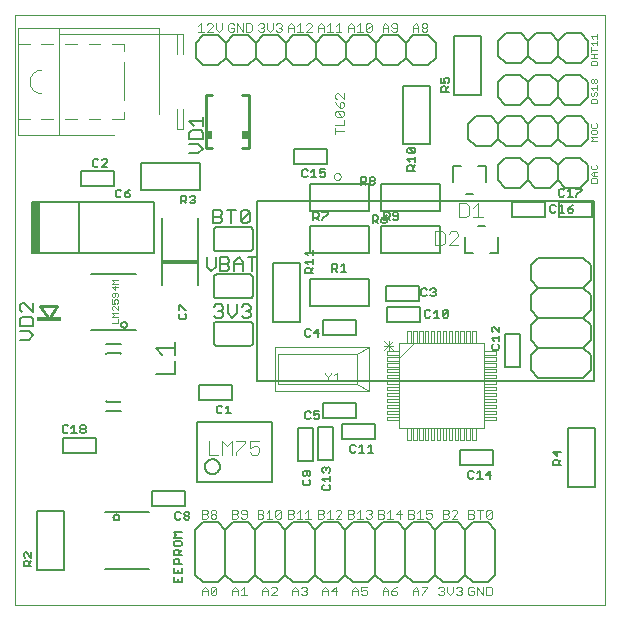
<source format=gto>
G75*
%MOIN*%
%OFA0B0*%
%FSLAX24Y24*%
%IPPOS*%
%LPD*%
%AMOC8*
5,1,8,0,0,1.08239X$1,22.5*
%
%ADD10C,0.0000*%
%ADD11C,0.0049*%
%ADD12C,0.0030*%
%ADD13C,0.0080*%
%ADD14C,0.0040*%
%ADD15R,0.0276X0.1732*%
%ADD16C,0.0060*%
%ADD17R,0.1260X0.0157*%
%ADD18C,0.0100*%
%ADD19C,0.0050*%
%ADD20R,0.0197X0.0295*%
%ADD21C,0.0079*%
%ADD22R,0.0827X0.0118*%
%ADD23C,0.0039*%
%ADD24C,0.0020*%
D10*
X000500Y000500D02*
X000500Y020185D01*
X020185Y020185D01*
X020185Y000500D01*
X000500Y000500D01*
X000500Y020185D01*
X020185Y020185D01*
X020185Y000500D01*
X000500Y000500D01*
X012914Y006679D02*
X013304Y006679D01*
X013304Y006789D01*
X012914Y006789D01*
X012914Y006679D01*
X012914Y006879D02*
X013304Y006879D01*
X013304Y006989D01*
X012914Y006989D01*
X012914Y006879D01*
X012914Y007079D02*
X013304Y007079D01*
X013304Y007189D01*
X012914Y007189D01*
X012914Y007079D01*
X012914Y007269D02*
X013304Y007269D01*
X013304Y007379D01*
X012914Y007379D01*
X012914Y007269D01*
X012914Y007469D02*
X013304Y007469D01*
X013304Y007579D01*
X012914Y007579D01*
X012914Y007469D01*
X012914Y007669D02*
X013304Y007669D01*
X013304Y007779D01*
X012914Y007779D01*
X012914Y007669D01*
X012914Y007859D02*
X013304Y007859D01*
X013304Y007969D01*
X012914Y007969D01*
X012914Y007859D01*
X012914Y008059D02*
X013304Y008059D01*
X013304Y008169D01*
X012914Y008169D01*
X012914Y008059D01*
X012914Y008259D02*
X013304Y008259D01*
X013304Y008369D01*
X012914Y008369D01*
X012914Y008259D01*
X012914Y008449D02*
X013304Y008449D01*
X013304Y008559D01*
X012914Y008559D01*
X012914Y008449D01*
X012914Y008649D02*
X013304Y008649D01*
X013304Y008739D01*
X013804Y009239D01*
X013894Y009239D01*
X013894Y009629D01*
X013784Y009629D01*
X013784Y009239D01*
X013804Y009239D01*
X013694Y009239D02*
X013694Y009629D01*
X013584Y009629D01*
X013584Y009239D01*
X013694Y009239D01*
X013984Y009239D02*
X013984Y009629D01*
X014094Y009629D01*
X014094Y009239D01*
X013984Y009239D01*
X014174Y009239D02*
X014174Y009629D01*
X014284Y009629D01*
X014284Y009239D01*
X014174Y009239D01*
X014374Y009239D02*
X014374Y009629D01*
X014484Y009629D01*
X014484Y009239D01*
X014374Y009239D01*
X014574Y009239D02*
X014574Y009629D01*
X014684Y009629D01*
X014684Y009239D01*
X014574Y009239D01*
X014764Y009239D02*
X014764Y009629D01*
X014874Y009629D01*
X014874Y009239D01*
X014764Y009239D01*
X014964Y009239D02*
X014964Y009629D01*
X015074Y009629D01*
X015074Y009239D01*
X014964Y009239D01*
X015164Y009239D02*
X015164Y009629D01*
X015274Y009629D01*
X015274Y009239D01*
X015164Y009239D01*
X015354Y009239D02*
X015354Y009629D01*
X015464Y009629D01*
X015464Y009239D01*
X015354Y009239D01*
X015554Y009239D02*
X015554Y009629D01*
X015664Y009629D01*
X015664Y009239D01*
X015554Y009239D01*
X015754Y009239D02*
X015754Y009629D01*
X015864Y009629D01*
X015864Y009239D01*
X015754Y009239D01*
X016144Y009239D02*
X013304Y009239D01*
X013304Y006399D01*
X016144Y006399D01*
X016144Y009239D01*
X016144Y008959D02*
X016534Y008959D01*
X016534Y008849D01*
X016144Y008849D01*
X016144Y008959D01*
X016144Y008759D02*
X016534Y008759D01*
X016534Y008649D01*
X016144Y008649D01*
X016144Y008759D01*
X016144Y008559D02*
X016534Y008559D01*
X016534Y008449D01*
X016144Y008449D01*
X016144Y008559D01*
X016144Y008369D02*
X016534Y008369D01*
X016534Y008259D01*
X016144Y008259D01*
X016144Y008369D01*
X016144Y008169D02*
X016534Y008169D01*
X016534Y008059D01*
X016144Y008059D01*
X016144Y008169D01*
X016144Y007969D02*
X016534Y007969D01*
X016534Y007859D01*
X016144Y007859D01*
X016144Y007969D01*
X016144Y007779D02*
X016534Y007779D01*
X016534Y007669D01*
X016144Y007669D01*
X016144Y007779D01*
X016144Y007579D02*
X016534Y007579D01*
X016534Y007469D01*
X016144Y007469D01*
X016144Y007579D01*
X016144Y007379D02*
X016534Y007379D01*
X016534Y007269D01*
X016144Y007269D01*
X016144Y007379D01*
X016144Y007189D02*
X016534Y007189D01*
X016534Y007079D01*
X016144Y007079D01*
X016144Y007189D01*
X016144Y006989D02*
X016534Y006989D01*
X016534Y006879D01*
X016144Y006879D01*
X016144Y006989D01*
X016144Y006789D02*
X016534Y006789D01*
X016534Y006679D01*
X016144Y006679D01*
X016144Y006789D01*
X015864Y006399D02*
X015754Y006399D01*
X015754Y006009D01*
X015864Y006009D01*
X015864Y006399D01*
X015664Y006399D02*
X015664Y006009D01*
X015554Y006009D01*
X015554Y006399D01*
X015664Y006399D01*
X015464Y006399D02*
X015464Y006009D01*
X015354Y006009D01*
X015354Y006399D01*
X015464Y006399D01*
X015274Y006399D02*
X015274Y006009D01*
X015164Y006009D01*
X015164Y006399D01*
X015274Y006399D01*
X015074Y006399D02*
X015074Y006009D01*
X014964Y006009D01*
X014964Y006399D01*
X015074Y006399D01*
X014874Y006399D02*
X014874Y006009D01*
X014764Y006009D01*
X014764Y006399D01*
X014874Y006399D01*
X014684Y006399D02*
X014684Y006009D01*
X014574Y006009D01*
X014574Y006399D01*
X014684Y006399D01*
X014484Y006399D02*
X014484Y006009D01*
X014374Y006009D01*
X014374Y006399D01*
X014484Y006399D01*
X014284Y006399D02*
X014284Y006009D01*
X014174Y006009D01*
X014174Y006399D01*
X014284Y006399D01*
X014094Y006399D02*
X014094Y006009D01*
X013984Y006009D01*
X013984Y006399D01*
X014094Y006399D01*
X013894Y006399D02*
X013894Y006009D01*
X013784Y006009D01*
X013784Y006399D01*
X013894Y006399D01*
X013694Y006399D02*
X013694Y006009D01*
X013584Y006009D01*
X013584Y006399D01*
X013694Y006399D01*
X012914Y008649D02*
X012914Y008759D01*
X013304Y008759D01*
X013304Y008739D01*
X013304Y008849D02*
X012914Y008849D01*
X012914Y008959D01*
X013304Y008959D01*
X013304Y008849D01*
D11*
X011130Y014791D02*
X011132Y014812D01*
X011138Y014832D01*
X011147Y014852D01*
X011159Y014869D01*
X011174Y014883D01*
X011192Y014895D01*
X011212Y014903D01*
X011232Y014908D01*
X011253Y014909D01*
X011274Y014906D01*
X011294Y014900D01*
X011313Y014889D01*
X011330Y014876D01*
X011343Y014860D01*
X011354Y014842D01*
X011362Y014822D01*
X011366Y014802D01*
X011366Y014780D01*
X011362Y014760D01*
X011354Y014740D01*
X011343Y014722D01*
X011330Y014706D01*
X011313Y014693D01*
X011294Y014682D01*
X011274Y014676D01*
X011253Y014673D01*
X011232Y014674D01*
X011212Y014679D01*
X011192Y014687D01*
X011174Y014699D01*
X011159Y014713D01*
X011147Y014730D01*
X011138Y014750D01*
X011132Y014770D01*
X011130Y014791D01*
D12*
X011181Y016197D02*
X011181Y016391D01*
X011181Y016294D02*
X011471Y016294D01*
X011471Y016492D02*
X011181Y016492D01*
X011471Y016492D02*
X011471Y016685D01*
X011423Y016787D02*
X011229Y016980D01*
X011423Y016980D01*
X011471Y016932D01*
X011471Y016835D01*
X011423Y016787D01*
X011229Y016787D01*
X011181Y016835D01*
X011181Y016932D01*
X011229Y016980D01*
X011326Y017081D02*
X011326Y017226D01*
X011374Y017275D01*
X011423Y017275D01*
X011471Y017226D01*
X011471Y017130D01*
X011423Y017081D01*
X011326Y017081D01*
X011229Y017178D01*
X011181Y017275D01*
X011229Y017376D02*
X011181Y017424D01*
X011181Y017521D01*
X011229Y017569D01*
X011278Y017569D01*
X011471Y017376D01*
X011471Y017569D01*
X011387Y019609D02*
X011194Y019609D01*
X011291Y019609D02*
X011291Y019900D01*
X011194Y019803D01*
X011093Y019609D02*
X010899Y019609D01*
X010996Y019609D02*
X010996Y019900D01*
X010899Y019803D01*
X010798Y019803D02*
X010798Y019609D01*
X010798Y019755D02*
X010605Y019755D01*
X010605Y019803D02*
X010701Y019900D01*
X010798Y019803D01*
X010605Y019803D02*
X010605Y019609D01*
X010403Y019609D02*
X010210Y019609D01*
X010403Y019803D01*
X010403Y019851D01*
X010355Y019900D01*
X010258Y019900D01*
X010210Y019851D01*
X010012Y019900D02*
X010012Y019609D01*
X010108Y019609D02*
X009915Y019609D01*
X009814Y019609D02*
X009814Y019803D01*
X009717Y019900D01*
X009620Y019803D01*
X009620Y019609D01*
X009620Y019755D02*
X009814Y019755D01*
X009915Y019803D02*
X010012Y019900D01*
X009399Y019851D02*
X009399Y019803D01*
X009351Y019755D01*
X009399Y019706D01*
X009399Y019658D01*
X009351Y019609D01*
X009254Y019609D01*
X009206Y019658D01*
X009104Y019706D02*
X009104Y019900D01*
X009206Y019851D02*
X009254Y019900D01*
X009351Y019900D01*
X009399Y019851D01*
X009351Y019755D02*
X009302Y019755D01*
X009104Y019706D02*
X009008Y019609D01*
X008911Y019706D01*
X008911Y019900D01*
X008810Y019851D02*
X008761Y019900D01*
X008665Y019900D01*
X008616Y019851D01*
X008713Y019755D02*
X008761Y019755D01*
X008810Y019706D01*
X008810Y019658D01*
X008761Y019609D01*
X008665Y019609D01*
X008616Y019658D01*
X008761Y019755D02*
X008810Y019803D01*
X008810Y019851D01*
X008395Y019851D02*
X008395Y019658D01*
X008347Y019609D01*
X008202Y019609D01*
X008202Y019900D01*
X008347Y019900D01*
X008395Y019851D01*
X008101Y019900D02*
X008101Y019609D01*
X007907Y019900D01*
X007907Y019609D01*
X007806Y019658D02*
X007806Y019755D01*
X007709Y019755D01*
X007612Y019851D02*
X007612Y019658D01*
X007661Y019609D01*
X007758Y019609D01*
X007806Y019658D01*
X007806Y019851D02*
X007758Y019900D01*
X007661Y019900D01*
X007612Y019851D01*
X007391Y019900D02*
X007391Y019706D01*
X007295Y019609D01*
X007198Y019706D01*
X007198Y019900D01*
X007097Y019851D02*
X007048Y019900D01*
X006951Y019900D01*
X006903Y019851D01*
X007097Y019851D02*
X007097Y019803D01*
X006903Y019609D01*
X007097Y019609D01*
X006802Y019609D02*
X006608Y019609D01*
X006705Y019609D02*
X006705Y019900D01*
X006608Y019803D01*
X011608Y019803D02*
X011608Y019609D01*
X011608Y019755D02*
X011802Y019755D01*
X011802Y019803D02*
X011802Y019609D01*
X011903Y019609D02*
X012097Y019609D01*
X012000Y019609D02*
X012000Y019900D01*
X011903Y019803D01*
X011802Y019803D02*
X011705Y019900D01*
X011608Y019803D01*
X012198Y019851D02*
X012198Y019658D01*
X012391Y019851D01*
X012391Y019658D01*
X012343Y019609D01*
X012246Y019609D01*
X012198Y019658D01*
X012198Y019851D02*
X012246Y019900D01*
X012343Y019900D01*
X012391Y019851D01*
X012760Y019803D02*
X012760Y019609D01*
X012760Y019755D02*
X012953Y019755D01*
X012953Y019803D02*
X012953Y019609D01*
X013054Y019658D02*
X013103Y019609D01*
X013199Y019609D01*
X013248Y019658D01*
X013248Y019851D01*
X013199Y019900D01*
X013103Y019900D01*
X013054Y019851D01*
X013054Y019803D01*
X013103Y019755D01*
X013248Y019755D01*
X012953Y019803D02*
X012856Y019900D01*
X012760Y019803D01*
X013764Y019803D02*
X013764Y019609D01*
X013764Y019755D02*
X013957Y019755D01*
X013957Y019803D02*
X013957Y019609D01*
X014058Y019658D02*
X014058Y019706D01*
X014107Y019755D01*
X014203Y019755D01*
X014252Y019706D01*
X014252Y019658D01*
X014203Y019609D01*
X014107Y019609D01*
X014058Y019658D01*
X014107Y019755D02*
X014058Y019803D01*
X014058Y019851D01*
X014107Y019900D01*
X014203Y019900D01*
X014252Y019851D01*
X014252Y019803D01*
X014203Y019755D01*
X013957Y019803D02*
X013860Y019900D01*
X013764Y019803D01*
X013123Y009306D02*
X012809Y008992D01*
X012809Y009149D02*
X013123Y009149D01*
X013123Y008992D02*
X012809Y009306D01*
X012966Y009306D02*
X012966Y008992D01*
X013004Y003679D02*
X013004Y003389D01*
X012907Y003389D02*
X013101Y003389D01*
X013202Y003534D02*
X013395Y003534D01*
X013347Y003389D02*
X013347Y003679D01*
X013202Y003534D01*
X013004Y003679D02*
X012907Y003583D01*
X012806Y003583D02*
X012758Y003534D01*
X012612Y003534D01*
X012612Y003389D02*
X012758Y003389D01*
X012806Y003437D01*
X012806Y003486D01*
X012758Y003534D01*
X012806Y003583D02*
X012806Y003631D01*
X012758Y003679D01*
X012612Y003679D01*
X012612Y003389D01*
X012391Y003437D02*
X012391Y003486D01*
X012343Y003534D01*
X012295Y003534D01*
X012343Y003534D02*
X012391Y003583D01*
X012391Y003631D01*
X012343Y003679D01*
X012246Y003679D01*
X012198Y003631D01*
X012198Y003437D02*
X012246Y003389D01*
X012343Y003389D01*
X012391Y003437D01*
X012097Y003389D02*
X011903Y003389D01*
X012000Y003389D02*
X012000Y003679D01*
X011903Y003583D01*
X011802Y003583D02*
X011754Y003534D01*
X011608Y003534D01*
X011608Y003389D02*
X011754Y003389D01*
X011802Y003437D01*
X011802Y003486D01*
X011754Y003534D01*
X011802Y003583D02*
X011802Y003631D01*
X011754Y003679D01*
X011608Y003679D01*
X011608Y003389D01*
X011387Y003389D02*
X011194Y003389D01*
X011387Y003583D01*
X011387Y003631D01*
X011339Y003679D01*
X011242Y003679D01*
X011194Y003631D01*
X010996Y003679D02*
X010996Y003389D01*
X010899Y003389D02*
X011093Y003389D01*
X010899Y003583D02*
X010996Y003679D01*
X010798Y003631D02*
X010798Y003583D01*
X010750Y003534D01*
X010605Y003534D01*
X010750Y003534D02*
X010798Y003486D01*
X010798Y003437D01*
X010750Y003389D01*
X010605Y003389D01*
X010605Y003679D01*
X010750Y003679D01*
X010798Y003631D01*
X010383Y003389D02*
X010190Y003389D01*
X010287Y003389D02*
X010287Y003679D01*
X010190Y003583D01*
X010089Y003389D02*
X009895Y003389D01*
X009992Y003389D02*
X009992Y003679D01*
X009895Y003583D01*
X009794Y003583D02*
X009746Y003534D01*
X009601Y003534D01*
X009746Y003534D02*
X009794Y003486D01*
X009794Y003437D01*
X009746Y003389D01*
X009601Y003389D01*
X009601Y003679D01*
X009746Y003679D01*
X009794Y003631D01*
X009794Y003583D01*
X009379Y003631D02*
X009379Y003437D01*
X009331Y003389D01*
X009234Y003389D01*
X009186Y003437D01*
X009379Y003631D01*
X009331Y003679D01*
X009234Y003679D01*
X009186Y003631D01*
X009186Y003437D01*
X009085Y003389D02*
X008891Y003389D01*
X008988Y003389D02*
X008988Y003679D01*
X008891Y003583D01*
X008790Y003583D02*
X008742Y003534D01*
X008597Y003534D01*
X008742Y003534D02*
X008790Y003486D01*
X008790Y003437D01*
X008742Y003389D01*
X008597Y003389D01*
X008597Y003679D01*
X008742Y003679D01*
X008790Y003631D01*
X008790Y003583D01*
X008228Y003631D02*
X008228Y003437D01*
X008180Y003389D01*
X008083Y003389D01*
X008035Y003437D01*
X007934Y003437D02*
X007885Y003389D01*
X007740Y003389D01*
X007740Y003679D01*
X007885Y003679D01*
X007934Y003631D01*
X007934Y003583D01*
X007885Y003534D01*
X007740Y003534D01*
X007885Y003534D02*
X007934Y003486D01*
X007934Y003437D01*
X008035Y003583D02*
X008083Y003534D01*
X008228Y003534D01*
X008228Y003631D02*
X008180Y003679D01*
X008083Y003679D01*
X008035Y003631D01*
X008035Y003583D01*
X007224Y003583D02*
X007176Y003534D01*
X007079Y003534D01*
X007031Y003583D01*
X007031Y003631D01*
X007079Y003679D01*
X007176Y003679D01*
X007224Y003631D01*
X007224Y003583D01*
X007176Y003534D02*
X007224Y003486D01*
X007224Y003437D01*
X007176Y003389D01*
X007079Y003389D01*
X007031Y003437D01*
X007031Y003486D01*
X007079Y003534D01*
X006930Y003486D02*
X006930Y003437D01*
X006881Y003389D01*
X006736Y003389D01*
X006736Y003679D01*
X006881Y003679D01*
X006930Y003631D01*
X006930Y003583D01*
X006881Y003534D01*
X006736Y003534D01*
X006881Y003534D02*
X006930Y003486D01*
X006833Y001120D02*
X006930Y001023D01*
X006930Y000830D01*
X007031Y000878D02*
X007224Y001072D01*
X007224Y000878D01*
X007176Y000830D01*
X007079Y000830D01*
X007031Y000878D01*
X007031Y001072D01*
X007079Y001120D01*
X007176Y001120D01*
X007224Y001072D01*
X006930Y000975D02*
X006736Y000975D01*
X006736Y001023D02*
X006736Y000830D01*
X006736Y001023D02*
X006833Y001120D01*
X007740Y001023D02*
X007740Y000830D01*
X007740Y000975D02*
X007934Y000975D01*
X007934Y001023D02*
X007934Y000830D01*
X008035Y000830D02*
X008228Y000830D01*
X008131Y000830D02*
X008131Y001120D01*
X008035Y001023D01*
X007934Y001023D02*
X007837Y001120D01*
X007740Y001023D01*
X008744Y001023D02*
X008744Y000830D01*
X008744Y000975D02*
X008937Y000975D01*
X008937Y001023D02*
X008937Y000830D01*
X009039Y000830D02*
X009232Y001023D01*
X009232Y001072D01*
X009184Y001120D01*
X009087Y001120D01*
X009039Y001072D01*
X008937Y001023D02*
X008841Y001120D01*
X008744Y001023D01*
X009039Y000830D02*
X009232Y000830D01*
X009748Y000830D02*
X009748Y001023D01*
X009845Y001120D01*
X009941Y001023D01*
X009941Y000830D01*
X010043Y000878D02*
X010091Y000830D01*
X010188Y000830D01*
X010236Y000878D01*
X010236Y000927D01*
X010188Y000975D01*
X010139Y000975D01*
X010188Y000975D02*
X010236Y001023D01*
X010236Y001072D01*
X010188Y001120D01*
X010091Y001120D01*
X010043Y001072D01*
X009941Y000975D02*
X009748Y000975D01*
X010752Y000975D02*
X010945Y000975D01*
X010945Y001023D02*
X010945Y000830D01*
X011046Y000975D02*
X011240Y000975D01*
X011192Y000830D02*
X011192Y001120D01*
X011046Y000975D01*
X010945Y001023D02*
X010849Y001120D01*
X010752Y001023D01*
X010752Y000830D01*
X011756Y000830D02*
X011756Y001023D01*
X011853Y001120D01*
X011949Y001023D01*
X011949Y000830D01*
X012050Y000878D02*
X012099Y000830D01*
X012196Y000830D01*
X012244Y000878D01*
X012244Y000975D01*
X012196Y001023D01*
X012147Y001023D01*
X012050Y000975D01*
X012050Y001120D01*
X012244Y001120D01*
X011949Y000975D02*
X011756Y000975D01*
X012760Y000975D02*
X012953Y000975D01*
X012953Y001023D02*
X012953Y000830D01*
X013054Y000878D02*
X013103Y000830D01*
X013199Y000830D01*
X013248Y000878D01*
X013248Y000927D01*
X013199Y000975D01*
X013054Y000975D01*
X013054Y000878D01*
X013054Y000975D02*
X013151Y001072D01*
X013248Y001120D01*
X012953Y001023D02*
X012856Y001120D01*
X012760Y001023D01*
X012760Y000830D01*
X013764Y000830D02*
X013764Y001023D01*
X013860Y001120D01*
X013957Y001023D01*
X013957Y000830D01*
X014058Y000830D02*
X014058Y000878D01*
X014252Y001072D01*
X014252Y001120D01*
X014058Y001120D01*
X013957Y000975D02*
X013764Y000975D01*
X014620Y000878D02*
X014669Y000830D01*
X014765Y000830D01*
X014814Y000878D01*
X014814Y000927D01*
X014765Y000975D01*
X014717Y000975D01*
X014765Y000975D02*
X014814Y001023D01*
X014814Y001072D01*
X014765Y001120D01*
X014669Y001120D01*
X014620Y001072D01*
X014915Y001120D02*
X014915Y000927D01*
X015012Y000830D01*
X015108Y000927D01*
X015108Y001120D01*
X015210Y001072D02*
X015258Y001120D01*
X015355Y001120D01*
X015403Y001072D01*
X015403Y001023D01*
X015355Y000975D01*
X015403Y000927D01*
X015403Y000878D01*
X015355Y000830D01*
X015258Y000830D01*
X015210Y000878D01*
X015306Y000975D02*
X015355Y000975D01*
X015624Y001072D02*
X015624Y000878D01*
X015673Y000830D01*
X015769Y000830D01*
X015818Y000878D01*
X015818Y000975D01*
X015721Y000975D01*
X015818Y001072D02*
X015769Y001120D01*
X015673Y001120D01*
X015624Y001072D01*
X015919Y001120D02*
X015919Y000830D01*
X016112Y000830D02*
X015919Y001120D01*
X016112Y001120D02*
X016112Y000830D01*
X016214Y000830D02*
X016359Y000830D01*
X016407Y000878D01*
X016407Y001072D01*
X016359Y001120D01*
X016214Y001120D01*
X016214Y000830D01*
X016262Y003389D02*
X016214Y003437D01*
X016407Y003631D01*
X016407Y003437D01*
X016359Y003389D01*
X016262Y003389D01*
X016214Y003437D02*
X016214Y003631D01*
X016262Y003679D01*
X016359Y003679D01*
X016407Y003631D01*
X016112Y003679D02*
X015919Y003679D01*
X016016Y003679D02*
X016016Y003389D01*
X015818Y003437D02*
X015818Y003486D01*
X015769Y003534D01*
X015624Y003534D01*
X015624Y003389D02*
X015769Y003389D01*
X015818Y003437D01*
X015769Y003534D02*
X015818Y003583D01*
X015818Y003631D01*
X015769Y003679D01*
X015624Y003679D01*
X015624Y003389D01*
X015256Y003389D02*
X015062Y003389D01*
X015256Y003583D01*
X015256Y003631D01*
X015207Y003679D01*
X015111Y003679D01*
X015062Y003631D01*
X014961Y003631D02*
X014913Y003679D01*
X014768Y003679D01*
X014768Y003389D01*
X014913Y003389D01*
X014961Y003437D01*
X014961Y003486D01*
X014913Y003534D01*
X014768Y003534D01*
X014913Y003534D02*
X014961Y003583D01*
X014961Y003631D01*
X014399Y003679D02*
X014206Y003679D01*
X014206Y003534D01*
X014302Y003583D01*
X014351Y003583D01*
X014399Y003534D01*
X014399Y003437D01*
X014351Y003389D01*
X014254Y003389D01*
X014206Y003437D01*
X014104Y003389D02*
X013911Y003389D01*
X014008Y003389D02*
X014008Y003679D01*
X013911Y003583D01*
X013810Y003583D02*
X013761Y003534D01*
X013616Y003534D01*
X013616Y003389D02*
X013761Y003389D01*
X013810Y003437D01*
X013810Y003486D01*
X013761Y003534D01*
X013810Y003583D02*
X013810Y003631D01*
X013761Y003679D01*
X013616Y003679D01*
X013616Y003389D01*
D13*
X015328Y005163D02*
X015328Y005663D01*
X016428Y005663D01*
X016428Y005163D01*
X015328Y005163D01*
X012491Y006030D02*
X012491Y006530D01*
X011391Y006530D01*
X011391Y006030D01*
X012491Y006030D01*
X011877Y006746D02*
X011877Y007246D01*
X010777Y007246D01*
X010777Y006746D01*
X011877Y006746D01*
X011104Y006436D02*
X011104Y005336D01*
X010604Y005336D01*
X010604Y006436D01*
X011104Y006436D01*
X010447Y006420D02*
X010447Y005320D01*
X009947Y005320D01*
X009947Y006420D01*
X010447Y006420D01*
X007743Y007337D02*
X007743Y007837D01*
X006643Y007837D01*
X006643Y007337D01*
X007743Y007337D01*
X009105Y009953D02*
X009105Y011913D01*
X010005Y011913D01*
X010005Y009953D01*
X009105Y009953D01*
X010347Y010483D02*
X010347Y011383D01*
X012307Y011383D01*
X012307Y010483D01*
X010347Y010483D01*
X010777Y010002D02*
X011877Y010002D01*
X011877Y009502D01*
X010777Y009502D01*
X010777Y010002D01*
X012899Y009931D02*
X012899Y010431D01*
X013999Y010431D01*
X013999Y009931D01*
X012899Y009931D01*
X012875Y010656D02*
X012875Y011156D01*
X013975Y011156D01*
X013975Y010656D01*
X012875Y010656D01*
X012709Y012255D02*
X012709Y013155D01*
X014669Y013155D01*
X014669Y012255D01*
X012709Y012255D01*
X012307Y012255D02*
X010347Y012255D01*
X010347Y013155D01*
X012307Y013155D01*
X012307Y012255D01*
X012307Y013633D02*
X012307Y014533D01*
X010347Y014533D01*
X010347Y013633D01*
X012307Y013633D01*
X012709Y013633D02*
X012709Y014533D01*
X014669Y014533D01*
X014669Y013633D01*
X012709Y013633D01*
X010893Y015211D02*
X010893Y015711D01*
X009793Y015711D01*
X009793Y015211D01*
X010893Y015211D01*
X013436Y015859D02*
X013436Y017819D01*
X014336Y017819D01*
X014336Y015859D01*
X013436Y015859D01*
X015106Y015126D02*
X015106Y014594D01*
X015539Y014220D02*
X015776Y014220D01*
X016209Y014594D02*
X016209Y015126D01*
X015933Y015126D01*
X015382Y015126D02*
X015106Y015126D01*
X015933Y013157D02*
X016169Y013157D01*
X016602Y012783D02*
X016602Y012252D01*
X016327Y012252D01*
X015776Y012252D02*
X015500Y012252D01*
X015500Y012783D01*
X017076Y013439D02*
X017076Y013939D01*
X018176Y013939D01*
X018176Y013439D01*
X017076Y013439D01*
X018651Y013439D02*
X018651Y013939D01*
X019751Y013939D01*
X019751Y013439D01*
X018651Y013439D01*
X017337Y009550D02*
X016837Y009550D01*
X016837Y008450D01*
X017337Y008450D01*
X017337Y009550D01*
X018948Y006401D02*
X019848Y006401D01*
X019848Y004441D01*
X018948Y004441D01*
X018948Y006401D01*
X016056Y017508D02*
X015156Y017508D01*
X015156Y019468D01*
X016056Y019468D01*
X016056Y017508D01*
X006681Y015233D02*
X006681Y014333D01*
X004721Y014333D01*
X004721Y015233D01*
X006681Y015233D01*
X005132Y013941D02*
X005132Y012241D01*
X002632Y012241D01*
X002632Y013941D01*
X005132Y013941D01*
X005420Y013410D02*
X005420Y011160D01*
X004547Y011555D02*
X003051Y011555D01*
X002632Y012241D02*
X001082Y012241D01*
X001082Y013941D01*
X002632Y013941D01*
X002710Y014474D02*
X002710Y014974D01*
X003810Y014974D01*
X003810Y014474D01*
X002710Y014474D01*
X006620Y013410D02*
X006620Y011160D01*
X004547Y009665D02*
X003051Y009665D01*
X004049Y009850D02*
X004051Y009870D01*
X004057Y009888D01*
X004066Y009906D01*
X004078Y009921D01*
X004093Y009933D01*
X004111Y009942D01*
X004129Y009948D01*
X004149Y009950D01*
X004169Y009948D01*
X004187Y009942D01*
X004205Y009933D01*
X004220Y009921D01*
X004232Y009906D01*
X004241Y009888D01*
X004247Y009870D01*
X004249Y009850D01*
X004247Y009830D01*
X004241Y009812D01*
X004232Y009794D01*
X004220Y009779D01*
X004205Y009767D01*
X004187Y009758D01*
X004169Y009752D01*
X004149Y009750D01*
X004129Y009752D01*
X004111Y009758D01*
X004093Y009767D01*
X004078Y009779D01*
X004066Y009794D01*
X004057Y009812D01*
X004051Y009830D01*
X004049Y009850D01*
X003215Y006065D02*
X002115Y006065D01*
X002115Y005565D01*
X003215Y005565D01*
X003215Y006065D01*
X005068Y004293D02*
X006168Y004293D01*
X006168Y003793D01*
X005068Y003793D01*
X005068Y004293D01*
X004988Y003610D02*
X003492Y003610D01*
X003790Y003425D02*
X003792Y003445D01*
X003798Y003463D01*
X003807Y003481D01*
X003819Y003496D01*
X003834Y003508D01*
X003852Y003517D01*
X003870Y003523D01*
X003890Y003525D01*
X003910Y003523D01*
X003928Y003517D01*
X003946Y003508D01*
X003961Y003496D01*
X003973Y003481D01*
X003982Y003463D01*
X003988Y003445D01*
X003990Y003425D01*
X003988Y003405D01*
X003982Y003387D01*
X003973Y003369D01*
X003961Y003354D01*
X003946Y003342D01*
X003928Y003333D01*
X003910Y003327D01*
X003890Y003325D01*
X003870Y003327D01*
X003852Y003333D01*
X003834Y003342D01*
X003819Y003354D01*
X003807Y003369D01*
X003798Y003387D01*
X003792Y003405D01*
X003790Y003425D01*
X002131Y003645D02*
X002131Y001685D01*
X001231Y001685D01*
X001231Y003645D01*
X002131Y003645D01*
X003492Y001720D02*
X004988Y001720D01*
D14*
X006962Y005516D02*
X007269Y005516D01*
X007422Y005516D02*
X007422Y005976D01*
X007576Y005823D01*
X007729Y005976D01*
X007729Y005516D01*
X007883Y005516D02*
X007883Y005593D01*
X008190Y005900D01*
X008190Y005976D01*
X007883Y005976D01*
X008343Y005976D02*
X008343Y005746D01*
X008497Y005823D01*
X008573Y005823D01*
X008650Y005746D01*
X008650Y005593D01*
X008573Y005516D01*
X008420Y005516D01*
X008343Y005593D01*
X008343Y005976D02*
X008650Y005976D01*
X006962Y005976D02*
X006962Y005516D01*
X010949Y007976D02*
X010949Y008116D01*
X011043Y008209D01*
X011043Y008256D01*
X011151Y008162D02*
X011244Y008256D01*
X011244Y007976D01*
X011151Y007976D02*
X011337Y007976D01*
X010949Y008116D02*
X010856Y008209D01*
X010856Y008256D01*
X014519Y012503D02*
X014749Y012503D01*
X014826Y012579D01*
X014826Y012886D01*
X014749Y012963D01*
X014519Y012963D01*
X014519Y012503D01*
X014980Y012503D02*
X015287Y012810D01*
X015287Y012886D01*
X015210Y012963D01*
X015056Y012963D01*
X014980Y012886D01*
X014980Y012503D02*
X015287Y012503D01*
X015324Y013431D02*
X015555Y013431D01*
X015631Y013508D01*
X015631Y013815D01*
X015555Y013891D01*
X015324Y013891D01*
X015324Y013431D01*
X015785Y013431D02*
X016092Y013431D01*
X015938Y013431D02*
X015938Y013891D01*
X015785Y013738D01*
X003946Y011354D02*
X003746Y011354D01*
X003813Y011287D01*
X003746Y011220D01*
X003946Y011220D01*
X003946Y011099D02*
X003746Y011099D01*
X003846Y010999D01*
X003846Y011133D01*
X003846Y010912D02*
X003846Y010811D01*
X003813Y010778D01*
X003779Y010778D01*
X003746Y010811D01*
X003746Y010878D01*
X003779Y010912D01*
X003913Y010912D01*
X003946Y010878D01*
X003946Y010811D01*
X003913Y010778D01*
X003913Y010691D02*
X003846Y010691D01*
X003813Y010657D01*
X003813Y010624D01*
X003846Y010557D01*
X003746Y010557D01*
X003746Y010691D01*
X003913Y010691D02*
X003946Y010657D01*
X003946Y010591D01*
X003913Y010557D01*
X003946Y010470D02*
X003946Y010336D01*
X003813Y010470D01*
X003779Y010470D01*
X003746Y010436D01*
X003746Y010370D01*
X003779Y010336D01*
X003746Y010249D02*
X003946Y010249D01*
X003946Y010115D02*
X003746Y010115D01*
X003813Y010182D01*
X003746Y010249D01*
X003946Y010028D02*
X003946Y009894D01*
X003746Y009894D01*
D15*
X001214Y013091D03*
D16*
X003159Y015109D02*
X003246Y015109D01*
X003289Y015153D01*
X003410Y015109D02*
X003584Y015283D01*
X003584Y015326D01*
X003540Y015369D01*
X003454Y015369D01*
X003410Y015326D01*
X003289Y015326D02*
X003246Y015369D01*
X003159Y015369D01*
X003115Y015326D01*
X003115Y015153D01*
X003159Y015109D01*
X003410Y015109D02*
X003584Y015109D01*
X003916Y014356D02*
X003872Y014313D01*
X003872Y014139D01*
X003916Y014096D01*
X004002Y014096D01*
X004046Y014139D01*
X004167Y014139D02*
X004167Y014226D01*
X004297Y014226D01*
X004340Y014183D01*
X004340Y014139D01*
X004297Y014096D01*
X004210Y014096D01*
X004167Y014139D01*
X004167Y014226D02*
X004254Y014313D01*
X004340Y014356D01*
X004046Y014313D02*
X004002Y014356D01*
X003916Y014356D01*
X006041Y014154D02*
X006041Y013893D01*
X006041Y013980D02*
X006172Y013980D01*
X006215Y014024D01*
X006215Y014110D01*
X006172Y014154D01*
X006041Y014154D01*
X006128Y013980D02*
X006215Y013893D01*
X006336Y013937D02*
X006380Y013893D01*
X006466Y013893D01*
X006510Y013937D01*
X006510Y013980D01*
X006466Y014024D01*
X006423Y014024D01*
X006466Y014024D02*
X006510Y014067D01*
X006510Y014110D01*
X006466Y014154D01*
X006380Y014154D01*
X006336Y014110D01*
X007233Y013105D02*
X008333Y013105D01*
X008350Y013103D01*
X008367Y013099D01*
X008383Y013092D01*
X008397Y013082D01*
X008410Y013069D01*
X008420Y013055D01*
X008427Y013039D01*
X008431Y013022D01*
X008433Y013005D01*
X008433Y012405D01*
X008431Y012388D01*
X008427Y012371D01*
X008420Y012355D01*
X008410Y012341D01*
X008397Y012328D01*
X008383Y012318D01*
X008367Y012311D01*
X008350Y012307D01*
X008333Y012305D01*
X007233Y012305D01*
X007216Y012307D01*
X007199Y012311D01*
X007183Y012318D01*
X007169Y012328D01*
X007156Y012341D01*
X007146Y012355D01*
X007139Y012371D01*
X007135Y012388D01*
X007133Y012405D01*
X007133Y013005D01*
X007135Y013022D01*
X007139Y013039D01*
X007146Y013055D01*
X007156Y013069D01*
X007169Y013082D01*
X007183Y013092D01*
X007199Y013099D01*
X007216Y013103D01*
X007233Y013105D01*
X007233Y011530D02*
X008333Y011530D01*
X008350Y011528D01*
X008367Y011524D01*
X008383Y011517D01*
X008397Y011507D01*
X008410Y011494D01*
X008420Y011480D01*
X008427Y011464D01*
X008431Y011447D01*
X008433Y011430D01*
X008433Y010830D01*
X008431Y010813D01*
X008427Y010796D01*
X008420Y010780D01*
X008410Y010766D01*
X008397Y010753D01*
X008383Y010743D01*
X008367Y010736D01*
X008350Y010732D01*
X008333Y010730D01*
X007233Y010730D01*
X007216Y010732D01*
X007199Y010736D01*
X007183Y010743D01*
X007169Y010753D01*
X007156Y010766D01*
X007146Y010780D01*
X007139Y010796D01*
X007135Y010813D01*
X007133Y010830D01*
X007133Y011430D01*
X007135Y011447D01*
X007139Y011464D01*
X007146Y011480D01*
X007156Y011494D01*
X007169Y011507D01*
X007183Y011517D01*
X007199Y011524D01*
X007216Y011528D01*
X007233Y011530D01*
X006222Y010339D02*
X006179Y010339D01*
X006005Y010513D01*
X005962Y010513D01*
X005962Y010339D01*
X006005Y010218D02*
X005962Y010175D01*
X005962Y010088D01*
X006005Y010045D01*
X006179Y010045D01*
X006222Y010088D01*
X006222Y010175D01*
X006179Y010218D01*
X005839Y009281D02*
X005839Y008854D01*
X005839Y009067D02*
X005199Y009067D01*
X005412Y008854D01*
X005839Y008636D02*
X005839Y008209D01*
X005199Y008209D01*
X007133Y009255D02*
X007133Y009855D01*
X007135Y009872D01*
X007139Y009889D01*
X007146Y009905D01*
X007156Y009919D01*
X007169Y009932D01*
X007183Y009942D01*
X007199Y009949D01*
X007216Y009953D01*
X007233Y009955D01*
X008333Y009955D01*
X008350Y009953D01*
X008367Y009949D01*
X008383Y009942D01*
X008397Y009932D01*
X008410Y009919D01*
X008420Y009905D01*
X008427Y009889D01*
X008431Y009872D01*
X008433Y009855D01*
X008433Y009255D01*
X008431Y009238D01*
X008427Y009221D01*
X008420Y009205D01*
X008410Y009191D01*
X008397Y009178D01*
X008383Y009168D01*
X008367Y009161D01*
X008350Y009157D01*
X008333Y009155D01*
X007233Y009155D01*
X007216Y009157D01*
X007199Y009161D01*
X007183Y009168D01*
X007169Y009178D01*
X007156Y009191D01*
X007146Y009205D01*
X007139Y009221D01*
X007135Y009238D01*
X007133Y009255D01*
X007277Y007157D02*
X007234Y007113D01*
X007234Y006940D01*
X007277Y006897D01*
X007364Y006897D01*
X007407Y006940D01*
X007528Y006897D02*
X007702Y006897D01*
X007615Y006897D02*
X007615Y007157D01*
X007528Y007070D01*
X007407Y007113D02*
X007364Y007157D01*
X007277Y007157D01*
X010097Y004937D02*
X010097Y004851D01*
X010141Y004807D01*
X010184Y004807D01*
X010227Y004851D01*
X010227Y004981D01*
X010141Y004981D02*
X010314Y004981D01*
X010357Y004937D01*
X010357Y004851D01*
X010314Y004807D01*
X010314Y004686D02*
X010357Y004643D01*
X010357Y004556D01*
X010314Y004513D01*
X010141Y004513D01*
X010097Y004556D01*
X010097Y004643D01*
X010141Y004686D01*
X010097Y004937D02*
X010141Y004981D01*
X010755Y004964D02*
X010755Y005051D01*
X010798Y005094D01*
X010841Y005094D01*
X010885Y005051D01*
X010928Y005094D01*
X010972Y005094D01*
X011015Y005051D01*
X011015Y004964D01*
X010972Y004921D01*
X010885Y005008D02*
X010885Y005051D01*
X010798Y004921D02*
X010755Y004964D01*
X010755Y004713D02*
X011015Y004713D01*
X011015Y004626D02*
X011015Y004800D01*
X010841Y004626D02*
X010755Y004713D01*
X010798Y004505D02*
X010755Y004462D01*
X010755Y004375D01*
X010798Y004332D01*
X010972Y004332D01*
X011015Y004375D01*
X011015Y004462D01*
X010972Y004505D01*
X011730Y005590D02*
X011817Y005590D01*
X011860Y005633D01*
X011982Y005590D02*
X012155Y005590D01*
X012068Y005590D02*
X012068Y005850D01*
X011982Y005763D01*
X011860Y005806D02*
X011817Y005850D01*
X011730Y005850D01*
X011687Y005806D01*
X011687Y005633D01*
X011730Y005590D01*
X012276Y005590D02*
X012450Y005590D01*
X012363Y005590D02*
X012363Y005850D01*
X012276Y005763D01*
X010654Y006743D02*
X010611Y006700D01*
X010524Y006700D01*
X010481Y006743D01*
X010481Y006830D02*
X010568Y006873D01*
X010611Y006873D01*
X010654Y006830D01*
X010654Y006743D01*
X010481Y006830D02*
X010481Y006960D01*
X010654Y006960D01*
X010360Y006917D02*
X010316Y006960D01*
X010230Y006960D01*
X010186Y006917D01*
X010186Y006743D01*
X010230Y006700D01*
X010316Y006700D01*
X010360Y006743D01*
X010316Y009456D02*
X010360Y009499D01*
X010316Y009456D02*
X010230Y009456D01*
X010186Y009499D01*
X010186Y009673D01*
X010230Y009716D01*
X010316Y009716D01*
X010360Y009673D01*
X010481Y009586D02*
X010654Y009586D01*
X010611Y009716D02*
X010481Y009586D01*
X010611Y009456D02*
X010611Y009716D01*
X010445Y011570D02*
X010185Y011570D01*
X010185Y011700D01*
X010228Y011743D01*
X010315Y011743D01*
X010358Y011700D01*
X010358Y011570D01*
X010358Y011656D02*
X010445Y011743D01*
X010445Y011864D02*
X010445Y012038D01*
X010445Y011951D02*
X010185Y011951D01*
X010272Y011864D01*
X010272Y012159D02*
X010185Y012246D01*
X010445Y012246D01*
X010445Y012332D02*
X010445Y012159D01*
X011077Y011878D02*
X011077Y011618D01*
X011077Y011705D02*
X011207Y011705D01*
X011250Y011748D01*
X011250Y011835D01*
X011207Y011878D01*
X011077Y011878D01*
X011164Y011705D02*
X011250Y011618D01*
X011372Y011618D02*
X011545Y011618D01*
X011458Y011618D02*
X011458Y011878D01*
X011372Y011791D01*
X010751Y013335D02*
X010751Y013378D01*
X010925Y013552D01*
X010925Y013595D01*
X010751Y013595D01*
X010630Y013552D02*
X010587Y013595D01*
X010457Y013595D01*
X010457Y013335D01*
X010457Y013421D02*
X010587Y013421D01*
X010630Y013465D01*
X010630Y013552D01*
X010544Y013421D02*
X010630Y013335D01*
X010557Y014771D02*
X010383Y014771D01*
X010470Y014771D02*
X010470Y015031D01*
X010383Y014944D01*
X010262Y014987D02*
X010219Y015031D01*
X010132Y015031D01*
X010089Y014987D01*
X010089Y014814D01*
X010132Y014771D01*
X010219Y014771D01*
X010262Y014814D01*
X010678Y014814D02*
X010721Y014771D01*
X010808Y014771D01*
X010851Y014814D01*
X010851Y014901D01*
X010808Y014944D01*
X010765Y014944D01*
X010678Y014901D01*
X010678Y015031D01*
X010851Y015031D01*
X012032Y014776D02*
X012032Y014516D01*
X012032Y014603D02*
X012162Y014603D01*
X012205Y014646D01*
X012205Y014733D01*
X012162Y014776D01*
X012032Y014776D01*
X012118Y014603D02*
X012205Y014516D01*
X012326Y014559D02*
X012326Y014603D01*
X012370Y014646D01*
X012456Y014646D01*
X012500Y014603D01*
X012500Y014559D01*
X012456Y014516D01*
X012370Y014516D01*
X012326Y014559D01*
X012370Y014646D02*
X012326Y014689D01*
X012326Y014733D01*
X012370Y014776D01*
X012456Y014776D01*
X012500Y014733D01*
X012500Y014689D01*
X012456Y014646D01*
X012819Y013595D02*
X012949Y013595D01*
X012992Y013552D01*
X012992Y013465D01*
X012949Y013421D01*
X012819Y013421D01*
X012809Y013453D02*
X012722Y013366D01*
X012852Y013366D01*
X012895Y013323D01*
X012895Y013279D01*
X012852Y013236D01*
X012765Y013236D01*
X012722Y013279D01*
X012722Y013366D01*
X012819Y013335D02*
X012819Y013595D01*
X012895Y013496D02*
X012809Y013453D01*
X012906Y013421D02*
X012992Y013335D01*
X013114Y013378D02*
X013157Y013335D01*
X013244Y013335D01*
X013287Y013378D01*
X013287Y013552D01*
X013244Y013595D01*
X013157Y013595D01*
X013114Y013552D01*
X013114Y013508D01*
X013157Y013465D01*
X013287Y013465D01*
X012601Y013453D02*
X012601Y013366D01*
X012557Y013323D01*
X012427Y013323D01*
X012427Y013236D02*
X012427Y013496D01*
X012557Y013496D01*
X012601Y013453D01*
X012514Y013323D02*
X012601Y013236D01*
X013586Y014984D02*
X013586Y015114D01*
X013630Y015158D01*
X013716Y015158D01*
X013760Y015114D01*
X013760Y014984D01*
X013846Y014984D02*
X013586Y014984D01*
X013760Y015071D02*
X013846Y015158D01*
X013846Y015279D02*
X013846Y015452D01*
X013846Y015366D02*
X013586Y015366D01*
X013673Y015279D01*
X013630Y015574D02*
X013586Y015617D01*
X013586Y015704D01*
X013630Y015747D01*
X013803Y015574D01*
X013846Y015617D01*
X013846Y015704D01*
X013803Y015747D01*
X013630Y015747D01*
X013630Y015574D02*
X013803Y015574D01*
X015610Y016049D02*
X015860Y015799D01*
X016360Y015799D01*
X016610Y016049D01*
X016860Y015799D01*
X017360Y015799D01*
X017610Y016049D01*
X017610Y016549D01*
X017360Y016799D01*
X016860Y016799D01*
X016610Y016549D01*
X016610Y016049D01*
X016610Y016549D02*
X016360Y016799D01*
X015860Y016799D01*
X015610Y016549D01*
X015610Y016049D01*
X016606Y015163D02*
X016856Y015413D01*
X017356Y015413D01*
X017606Y015163D01*
X017856Y015413D01*
X018356Y015413D01*
X018606Y015163D01*
X018856Y015413D01*
X019356Y015413D01*
X019606Y015163D01*
X019606Y014663D01*
X019356Y014413D01*
X018856Y014413D01*
X018606Y014663D01*
X018356Y014413D01*
X017856Y014413D01*
X017606Y014663D01*
X017356Y014413D01*
X016856Y014413D01*
X016606Y014663D01*
X016606Y015163D01*
X017606Y015163D02*
X017606Y014663D01*
X018400Y013850D02*
X018356Y013806D01*
X018356Y013633D01*
X018400Y013590D01*
X018486Y013590D01*
X018530Y013633D01*
X018651Y013590D02*
X018824Y013590D01*
X018738Y013590D02*
X018738Y013850D01*
X018651Y013763D01*
X018530Y013806D02*
X018486Y013850D01*
X018400Y013850D01*
X018674Y014119D02*
X018631Y014162D01*
X018631Y014336D01*
X018674Y014379D01*
X018761Y014379D01*
X018804Y014336D01*
X018925Y014292D02*
X019012Y014379D01*
X019012Y014119D01*
X018925Y014119D02*
X019099Y014119D01*
X019220Y014119D02*
X019220Y014162D01*
X019394Y014336D01*
X019394Y014379D01*
X019220Y014379D01*
X018804Y014162D02*
X018761Y014119D01*
X018674Y014119D01*
X019032Y013806D02*
X018946Y013720D01*
X019076Y013720D01*
X019119Y013676D01*
X019119Y013633D01*
X019076Y013590D01*
X018989Y013590D01*
X018946Y013633D01*
X018946Y013720D01*
X019032Y013806D02*
X019119Y013850D01*
X018606Y014663D02*
X018606Y015163D01*
X018360Y015799D02*
X017860Y015799D01*
X017610Y016049D01*
X017610Y016549D02*
X017860Y016799D01*
X018360Y016799D01*
X018610Y016549D01*
X018860Y016799D01*
X019360Y016799D01*
X019610Y016549D01*
X019610Y016049D01*
X019360Y015799D01*
X018860Y015799D01*
X018610Y016049D01*
X018360Y015799D01*
X018610Y016049D02*
X018610Y016549D01*
X018856Y017177D02*
X018606Y017427D01*
X018356Y017177D01*
X017856Y017177D01*
X017606Y017427D01*
X017356Y017177D01*
X016856Y017177D01*
X016606Y017427D01*
X016606Y017927D01*
X016856Y018177D01*
X017356Y018177D01*
X017606Y017927D01*
X017856Y018177D01*
X018356Y018177D01*
X018606Y017927D01*
X018856Y018177D01*
X019356Y018177D01*
X019606Y017927D01*
X019606Y017427D01*
X019356Y017177D01*
X018856Y017177D01*
X018606Y017427D02*
X018606Y017927D01*
X018360Y018559D02*
X017860Y018559D01*
X017610Y018809D01*
X017360Y018559D01*
X016860Y018559D01*
X016610Y018809D01*
X016610Y019309D01*
X016860Y019559D01*
X017360Y019559D01*
X017610Y019309D01*
X017860Y019559D01*
X018360Y019559D01*
X018610Y019309D01*
X018860Y019559D01*
X019360Y019559D01*
X019610Y019309D01*
X019610Y018809D01*
X019360Y018559D01*
X018860Y018559D01*
X018610Y018809D01*
X018360Y018559D01*
X018610Y018809D02*
X018610Y019309D01*
X017610Y019309D02*
X017610Y018809D01*
X017606Y017927D02*
X017606Y017427D01*
X014976Y017618D02*
X014716Y017618D01*
X014716Y017748D01*
X014759Y017792D01*
X014846Y017792D01*
X014890Y017748D01*
X014890Y017618D01*
X014890Y017705D02*
X014976Y017792D01*
X014933Y017913D02*
X014976Y017956D01*
X014976Y018043D01*
X014933Y018086D01*
X014846Y018086D01*
X014803Y018043D01*
X014803Y018000D01*
X014846Y017913D01*
X014716Y017913D01*
X014716Y018086D01*
X014289Y018504D02*
X013789Y018504D01*
X013539Y018754D01*
X013289Y018504D01*
X012789Y018504D01*
X012539Y018754D01*
X012289Y018504D01*
X011789Y018504D01*
X011539Y018754D01*
X011289Y018504D01*
X010789Y018504D01*
X010539Y018754D01*
X010289Y018504D01*
X009789Y018504D01*
X009539Y018754D01*
X009289Y018504D01*
X008789Y018504D01*
X008539Y018754D01*
X008289Y018504D01*
X007789Y018504D01*
X007539Y018754D01*
X007289Y018504D01*
X006789Y018504D01*
X006539Y018754D01*
X006539Y019254D01*
X006789Y019504D01*
X007289Y019504D01*
X007539Y019254D01*
X007789Y019504D01*
X008289Y019504D01*
X008539Y019254D01*
X008539Y018754D01*
X008539Y019254D02*
X008789Y019504D01*
X009289Y019504D01*
X009539Y019254D01*
X009789Y019504D01*
X010289Y019504D01*
X010539Y019254D01*
X010789Y019504D01*
X011289Y019504D01*
X011539Y019254D01*
X011539Y018754D01*
X011539Y019254D02*
X011789Y019504D01*
X012289Y019504D01*
X012539Y019254D01*
X012789Y019504D01*
X013289Y019504D01*
X013539Y019254D01*
X013789Y019504D01*
X014289Y019504D01*
X014539Y019254D01*
X014539Y018754D01*
X014289Y018504D01*
X013539Y018754D02*
X013539Y019254D01*
X012539Y019254D02*
X012539Y018754D01*
X010539Y018754D02*
X010539Y019254D01*
X009539Y019254D02*
X009539Y018754D01*
X007539Y018754D02*
X007539Y019254D01*
X014100Y011066D02*
X014056Y011023D01*
X014056Y010849D01*
X014100Y010806D01*
X014187Y010806D01*
X014230Y010849D01*
X014351Y010849D02*
X014394Y010806D01*
X014481Y010806D01*
X014525Y010849D01*
X014525Y010893D01*
X014481Y010936D01*
X014438Y010936D01*
X014481Y010936D02*
X014525Y010980D01*
X014525Y011023D01*
X014481Y011066D01*
X014394Y011066D01*
X014351Y011023D01*
X014230Y011023D02*
X014187Y011066D01*
X014100Y011066D01*
X014222Y010342D02*
X014179Y010299D01*
X014179Y010125D01*
X014222Y010082D01*
X014309Y010082D01*
X014353Y010125D01*
X014474Y010082D02*
X014647Y010082D01*
X014561Y010082D02*
X014561Y010342D01*
X014474Y010255D01*
X014353Y010299D02*
X014309Y010342D01*
X014222Y010342D01*
X014768Y010299D02*
X014768Y010125D01*
X014942Y010299D01*
X014942Y010125D01*
X014899Y010082D01*
X014812Y010082D01*
X014768Y010125D01*
X014768Y010299D02*
X014812Y010342D01*
X014899Y010342D01*
X014942Y010299D01*
X016396Y009740D02*
X016396Y009653D01*
X016440Y009610D01*
X016396Y009740D02*
X016440Y009783D01*
X016483Y009783D01*
X016657Y009610D01*
X016657Y009783D01*
X016657Y009489D02*
X016657Y009315D01*
X016657Y009402D02*
X016396Y009402D01*
X016483Y009315D01*
X016440Y009194D02*
X016396Y009151D01*
X016396Y009064D01*
X016440Y009021D01*
X016613Y009021D01*
X016657Y009064D01*
X016657Y009151D01*
X016613Y009194D01*
X017697Y009325D02*
X017697Y009825D01*
X017947Y010075D01*
X019447Y010075D01*
X019697Y010325D01*
X019697Y010825D01*
X019447Y011075D01*
X019697Y011325D01*
X019697Y011825D01*
X019447Y012075D01*
X017947Y012075D01*
X017697Y011825D01*
X017697Y011325D01*
X017947Y011075D01*
X019447Y011075D01*
X019447Y010075D02*
X019697Y009825D01*
X019697Y009325D01*
X019447Y009075D01*
X017947Y009075D01*
X017697Y009325D01*
X017947Y009075D02*
X017697Y008825D01*
X017697Y008325D01*
X017947Y008075D01*
X019447Y008075D01*
X019697Y008325D01*
X019697Y008825D01*
X019447Y009075D01*
X017947Y010075D02*
X017697Y010325D01*
X017697Y010825D01*
X017947Y011075D01*
X018583Y005640D02*
X018583Y005466D01*
X018453Y005596D01*
X018713Y005596D01*
X018713Y005345D02*
X018626Y005258D01*
X018626Y005302D02*
X018626Y005171D01*
X018713Y005171D02*
X018453Y005171D01*
X018453Y005302D01*
X018496Y005345D01*
X018583Y005345D01*
X018626Y005302D01*
X016387Y004853D02*
X016213Y004853D01*
X016343Y004984D01*
X016343Y004723D01*
X016092Y004723D02*
X015919Y004723D01*
X016005Y004723D02*
X016005Y004984D01*
X015919Y004897D01*
X015797Y004940D02*
X015754Y004984D01*
X015667Y004984D01*
X015624Y004940D01*
X015624Y004767D01*
X015667Y004723D01*
X015754Y004723D01*
X015797Y004767D01*
X015774Y003272D02*
X016274Y003272D01*
X016524Y003022D01*
X016524Y001522D01*
X016274Y001272D01*
X015774Y001272D01*
X015524Y001522D01*
X015524Y003022D01*
X015774Y003272D01*
X015524Y003022D02*
X015274Y003272D01*
X014774Y003272D01*
X014524Y003022D01*
X014524Y001522D01*
X014274Y001272D01*
X013774Y001272D01*
X013524Y001522D01*
X013524Y003022D01*
X013774Y003272D01*
X014274Y003272D01*
X014524Y003022D01*
X013524Y003022D02*
X013274Y003272D01*
X012774Y003272D01*
X012524Y003022D01*
X012524Y001522D01*
X012774Y001272D01*
X013274Y001272D01*
X013524Y001522D01*
X014524Y001522D02*
X014774Y001272D01*
X015274Y001272D01*
X015524Y001522D01*
X012524Y001522D02*
X012274Y001272D01*
X011774Y001272D01*
X011524Y001522D01*
X011524Y003022D01*
X011774Y003272D01*
X012274Y003272D01*
X012524Y003022D01*
X011524Y003022D02*
X011274Y003272D01*
X010774Y003272D01*
X010524Y003022D01*
X010524Y001522D01*
X010774Y001272D01*
X011274Y001272D01*
X011524Y001522D01*
X010524Y001522D02*
X010274Y001272D01*
X009774Y001272D01*
X009524Y001522D01*
X009524Y003022D01*
X009774Y003272D01*
X010274Y003272D01*
X010524Y003022D01*
X009524Y003022D02*
X009274Y003272D01*
X008774Y003272D01*
X008524Y003022D01*
X008524Y001522D01*
X008774Y001272D01*
X009274Y001272D01*
X009524Y001522D01*
X008524Y001522D02*
X008274Y001272D01*
X007774Y001272D01*
X007524Y001522D01*
X007524Y003022D01*
X007774Y003272D01*
X008274Y003272D01*
X008524Y003022D01*
X007524Y003022D02*
X007274Y003272D01*
X006774Y003272D01*
X006524Y003022D01*
X006524Y001522D01*
X006774Y001272D01*
X007274Y001272D01*
X007524Y001522D01*
X006058Y001578D02*
X006058Y001752D01*
X006058Y001873D02*
X005798Y001873D01*
X005798Y002003D01*
X005841Y002047D01*
X005928Y002047D01*
X005971Y002003D01*
X005971Y001873D01*
X005798Y001752D02*
X005798Y001578D01*
X006058Y001578D01*
X006058Y001457D02*
X006058Y001284D01*
X005798Y001284D01*
X005798Y001457D01*
X005928Y001370D02*
X005928Y001284D01*
X005928Y001578D02*
X005928Y001665D01*
X005971Y002168D02*
X005971Y002298D01*
X005928Y002341D01*
X005841Y002341D01*
X005798Y002298D01*
X005798Y002168D01*
X006058Y002168D01*
X005971Y002254D02*
X006058Y002341D01*
X006015Y002462D02*
X005841Y002462D01*
X005798Y002506D01*
X005798Y002592D01*
X005841Y002636D01*
X006015Y002636D01*
X006058Y002592D01*
X006058Y002506D01*
X006015Y002462D01*
X006058Y002757D02*
X005798Y002757D01*
X005885Y002844D01*
X005798Y002930D01*
X006058Y002930D01*
X005986Y003353D02*
X006029Y003397D01*
X005986Y003353D02*
X005899Y003353D01*
X005856Y003397D01*
X005856Y003570D01*
X005899Y003614D01*
X005986Y003614D01*
X006029Y003570D01*
X006150Y003570D02*
X006150Y003527D01*
X006194Y003483D01*
X006280Y003483D01*
X006324Y003440D01*
X006324Y003397D01*
X006280Y003353D01*
X006194Y003353D01*
X006150Y003397D01*
X006150Y003440D01*
X006194Y003483D01*
X006280Y003483D02*
X006324Y003527D01*
X006324Y003570D01*
X006280Y003614D01*
X006194Y003614D01*
X006150Y003570D01*
X002858Y006288D02*
X002815Y006245D01*
X002728Y006245D01*
X002685Y006288D01*
X002685Y006332D01*
X002728Y006375D01*
X002815Y006375D01*
X002858Y006332D01*
X002858Y006288D01*
X002815Y006375D02*
X002858Y006418D01*
X002858Y006462D01*
X002815Y006505D01*
X002728Y006505D01*
X002685Y006462D01*
X002685Y006418D01*
X002728Y006375D01*
X002563Y006245D02*
X002390Y006245D01*
X002477Y006245D02*
X002477Y006505D01*
X002390Y006418D01*
X002269Y006462D02*
X002225Y006505D01*
X002139Y006505D01*
X002095Y006462D01*
X002095Y006288D01*
X002139Y006245D01*
X002225Y006245D01*
X002269Y006288D01*
X001051Y002263D02*
X001051Y002090D01*
X000878Y002263D01*
X000834Y002263D01*
X000791Y002220D01*
X000791Y002133D01*
X000834Y002090D01*
X000834Y001969D02*
X000791Y001925D01*
X000791Y001795D01*
X001051Y001795D01*
X000964Y001795D02*
X000964Y001925D01*
X000921Y001969D01*
X000834Y001969D01*
X000964Y001882D02*
X001051Y001969D01*
D17*
X006020Y011956D03*
D18*
X006860Y015736D02*
X007087Y015736D01*
X006860Y015736D02*
X006860Y017508D01*
X007087Y017508D01*
X008297Y017508D02*
X008297Y015736D01*
X008071Y015736D01*
X008071Y017508D02*
X008184Y017507D01*
X008297Y017508D01*
X001921Y010465D02*
X001350Y010465D01*
X001646Y010051D01*
X001921Y010465D01*
D19*
X001114Y010573D02*
X001114Y010273D01*
X000814Y010573D01*
X000739Y010573D01*
X000664Y010498D01*
X000664Y010348D01*
X000739Y010273D01*
X000739Y010112D02*
X000664Y010037D01*
X000664Y009812D01*
X001114Y009812D01*
X001114Y010037D01*
X001039Y010112D01*
X000739Y010112D01*
X000664Y009652D02*
X000964Y009652D01*
X001114Y009502D01*
X000964Y009352D01*
X000664Y009352D01*
X006587Y006618D02*
X006587Y004618D01*
X009087Y004618D01*
X009087Y006618D01*
X006587Y006618D01*
X006837Y005118D02*
X006839Y005149D01*
X006845Y005180D01*
X006855Y005210D01*
X006868Y005238D01*
X006885Y005265D01*
X006905Y005289D01*
X006928Y005311D01*
X006953Y005329D01*
X006981Y005344D01*
X007010Y005356D01*
X007040Y005364D01*
X007071Y005368D01*
X007103Y005368D01*
X007134Y005364D01*
X007164Y005356D01*
X007193Y005344D01*
X007221Y005329D01*
X007246Y005311D01*
X007269Y005289D01*
X007289Y005265D01*
X007306Y005238D01*
X007319Y005210D01*
X007329Y005180D01*
X007335Y005149D01*
X007337Y005118D01*
X007335Y005087D01*
X007329Y005056D01*
X007319Y005026D01*
X007306Y004998D01*
X007289Y004971D01*
X007269Y004947D01*
X007246Y004925D01*
X007221Y004907D01*
X007193Y004892D01*
X007164Y004880D01*
X007134Y004872D01*
X007103Y004868D01*
X007071Y004868D01*
X007040Y004872D01*
X007010Y004880D01*
X006981Y004892D01*
X006953Y004907D01*
X006928Y004925D01*
X006905Y004947D01*
X006885Y004971D01*
X006868Y004998D01*
X006855Y005026D01*
X006845Y005056D01*
X006839Y005087D01*
X006837Y005118D01*
X008571Y007980D02*
X008571Y013965D01*
X019791Y013965D01*
X019791Y008571D01*
X019791Y007980D01*
X019201Y007980D01*
X008571Y007980D01*
X008283Y010081D02*
X008133Y010081D01*
X008058Y010156D01*
X007898Y010231D02*
X007748Y010081D01*
X007598Y010231D01*
X007598Y010532D01*
X007437Y010457D02*
X007437Y010382D01*
X007362Y010306D01*
X007437Y010231D01*
X007437Y010156D01*
X007362Y010081D01*
X007212Y010081D01*
X007137Y010156D01*
X007287Y010306D02*
X007362Y010306D01*
X007437Y010457D02*
X007362Y010532D01*
X007212Y010532D01*
X007137Y010457D01*
X007898Y010532D02*
X007898Y010231D01*
X008058Y010457D02*
X008133Y010532D01*
X008283Y010532D01*
X008358Y010457D01*
X008358Y010382D01*
X008283Y010306D01*
X008358Y010231D01*
X008358Y010156D01*
X008283Y010081D01*
X008283Y010306D02*
X008208Y010306D01*
X008112Y011640D02*
X008112Y011941D01*
X007962Y012091D01*
X007812Y011941D01*
X007812Y011640D01*
X007652Y011715D02*
X007652Y011790D01*
X007577Y011866D01*
X007352Y011866D01*
X007191Y011790D02*
X007191Y012091D01*
X007352Y012091D02*
X007577Y012091D01*
X007652Y012016D01*
X007652Y011941D01*
X007577Y011866D01*
X007652Y011715D02*
X007577Y011640D01*
X007352Y011640D01*
X007352Y012091D01*
X007191Y011790D02*
X007041Y011640D01*
X006891Y011790D01*
X006891Y012091D01*
X007812Y011866D02*
X008112Y011866D01*
X008272Y012091D02*
X008573Y012091D01*
X008423Y012091D02*
X008423Y011640D01*
X008252Y013231D02*
X008102Y013231D01*
X008026Y013306D01*
X008327Y013606D01*
X008327Y013306D01*
X008252Y013231D01*
X008026Y013306D02*
X008026Y013606D01*
X008102Y013681D01*
X008252Y013681D01*
X008327Y013606D01*
X007866Y013681D02*
X007566Y013681D01*
X007716Y013681D02*
X007716Y013231D01*
X007406Y013306D02*
X007331Y013231D01*
X007106Y013231D01*
X007106Y013681D01*
X007331Y013681D01*
X007406Y013606D01*
X007406Y013531D01*
X007331Y013456D01*
X007106Y013456D01*
X007331Y013456D02*
X007406Y013381D01*
X007406Y013306D01*
X006616Y015564D02*
X006316Y015564D01*
X006616Y015564D02*
X006766Y015714D01*
X006616Y015865D01*
X006316Y015865D01*
X006316Y016025D02*
X006316Y016250D01*
X006391Y016325D01*
X006691Y016325D01*
X006766Y016250D01*
X006766Y016025D01*
X006316Y016025D01*
X006466Y016485D02*
X006316Y016635D01*
X006766Y016635D01*
X006766Y016485D02*
X006766Y016785D01*
D20*
X006988Y016179D03*
X008169Y016179D03*
D21*
X004047Y009193D02*
X003535Y009193D01*
X003535Y007304D02*
X003585Y007289D01*
X003636Y007278D01*
X003687Y007270D01*
X003739Y007265D01*
X003791Y007263D01*
X003843Y007265D01*
X003895Y007270D01*
X003946Y007278D01*
X003997Y007289D01*
X004047Y007304D01*
X004047Y006988D02*
X003535Y006988D01*
X003535Y008878D02*
X003585Y008893D01*
X003636Y008904D01*
X003687Y008912D01*
X003739Y008917D01*
X003791Y008919D01*
X003843Y008917D01*
X003895Y008912D01*
X003946Y008904D01*
X003997Y008893D01*
X004047Y008878D01*
D22*
X001646Y010031D03*
D23*
X001976Y016189D02*
X001976Y019535D01*
X005323Y019535D01*
X005323Y016886D01*
X005913Y017035D02*
X005913Y016386D01*
X006110Y016386D01*
X006110Y017035D01*
X006110Y018886D02*
X006110Y019535D01*
X005913Y019535D01*
X005913Y018886D01*
X005913Y019535D02*
X005323Y019535D01*
X005323Y019732D01*
X000598Y019732D01*
X000598Y019220D01*
X000992Y019220D01*
X000598Y019220D02*
X000598Y016701D01*
X000992Y016701D01*
X000598Y016701D02*
X000598Y016189D01*
X003823Y016189D01*
X003748Y016701D02*
X004142Y016701D01*
X004142Y016937D01*
X004142Y017331D02*
X004142Y017567D01*
X004142Y018354D01*
X004142Y018591D01*
X004142Y018984D02*
X004142Y019220D01*
X003748Y019220D01*
X003354Y019220D02*
X002961Y019220D01*
X002567Y019220D02*
X002173Y019220D01*
X001976Y019535D02*
X001976Y019732D01*
X001780Y019220D02*
X001386Y019220D01*
X001386Y018355D02*
X001347Y018353D01*
X001309Y018347D01*
X001272Y018338D01*
X001235Y018325D01*
X001200Y018308D01*
X001167Y018289D01*
X001136Y018266D01*
X001107Y018240D01*
X001081Y018211D01*
X001058Y018180D01*
X001039Y018147D01*
X001022Y018112D01*
X001009Y018075D01*
X001000Y018038D01*
X000994Y018000D01*
X000992Y017961D01*
X000994Y017922D01*
X001000Y017884D01*
X001009Y017847D01*
X001022Y017810D01*
X001039Y017775D01*
X001058Y017742D01*
X001081Y017711D01*
X001107Y017682D01*
X001136Y017656D01*
X001167Y017633D01*
X001200Y017614D01*
X001235Y017597D01*
X001272Y017584D01*
X001309Y017575D01*
X001347Y017569D01*
X001386Y017567D01*
X001386Y016701D02*
X001780Y016701D01*
X002173Y016701D02*
X002567Y016701D01*
X002961Y016701D02*
X003354Y016701D01*
X009161Y009122D02*
X012311Y009122D01*
X011917Y008866D01*
X011917Y007882D01*
X012311Y007626D01*
X012311Y009122D01*
X011917Y008866D02*
X009260Y008866D01*
X009260Y007882D01*
X011917Y007882D01*
X012311Y007626D02*
X009161Y007626D01*
X009161Y009122D01*
D24*
X019699Y014586D02*
X019699Y014696D01*
X019736Y014732D01*
X019882Y014732D01*
X019919Y014696D01*
X019919Y014586D01*
X019699Y014586D01*
X019772Y014807D02*
X019699Y014880D01*
X019772Y014953D01*
X019919Y014953D01*
X019882Y015028D02*
X019919Y015064D01*
X019919Y015138D01*
X019882Y015174D01*
X019736Y015174D02*
X019699Y015138D01*
X019699Y015064D01*
X019736Y015028D01*
X019882Y015028D01*
X019809Y014953D02*
X019809Y014807D01*
X019772Y014807D02*
X019919Y014807D01*
X019919Y015975D02*
X019699Y015975D01*
X019772Y016049D01*
X019699Y016122D01*
X019919Y016122D01*
X019882Y016196D02*
X019919Y016233D01*
X019919Y016306D01*
X019882Y016343D01*
X019736Y016343D01*
X019699Y016306D01*
X019699Y016233D01*
X019736Y016196D01*
X019882Y016196D01*
X019882Y016417D02*
X019919Y016454D01*
X019919Y016527D01*
X019882Y016564D01*
X019736Y016564D02*
X019699Y016527D01*
X019699Y016454D01*
X019736Y016417D01*
X019882Y016417D01*
X019919Y017239D02*
X019699Y017239D01*
X019699Y017349D01*
X019736Y017386D01*
X019882Y017386D01*
X019919Y017349D01*
X019919Y017239D01*
X019882Y017460D02*
X019919Y017496D01*
X019919Y017570D01*
X019882Y017607D01*
X019846Y017607D01*
X019809Y017570D01*
X019809Y017496D01*
X019772Y017460D01*
X019736Y017460D01*
X019699Y017496D01*
X019699Y017570D01*
X019736Y017607D01*
X019772Y017681D02*
X019699Y017754D01*
X019919Y017754D01*
X019919Y017681D02*
X019919Y017828D01*
X019882Y017902D02*
X019846Y017902D01*
X019809Y017938D01*
X019809Y018012D01*
X019846Y018049D01*
X019882Y018049D01*
X019919Y018012D01*
X019919Y017938D01*
X019882Y017902D01*
X019809Y017938D02*
X019772Y017902D01*
X019736Y017902D01*
X019699Y017938D01*
X019699Y018012D01*
X019736Y018049D01*
X019772Y018049D01*
X019809Y018012D01*
X019699Y018506D02*
X019699Y018616D01*
X019736Y018653D01*
X019882Y018653D01*
X019919Y018616D01*
X019919Y018506D01*
X019699Y018506D01*
X019699Y018727D02*
X019919Y018727D01*
X019809Y018727D02*
X019809Y018874D01*
X019699Y018874D02*
X019919Y018874D01*
X019919Y019022D02*
X019699Y019022D01*
X019699Y019095D02*
X019699Y018948D01*
X019772Y019169D02*
X019699Y019243D01*
X019919Y019243D01*
X019919Y019316D02*
X019919Y019169D01*
X019919Y019390D02*
X019919Y019537D01*
X019919Y019464D02*
X019699Y019464D01*
X019772Y019390D01*
M02*

</source>
